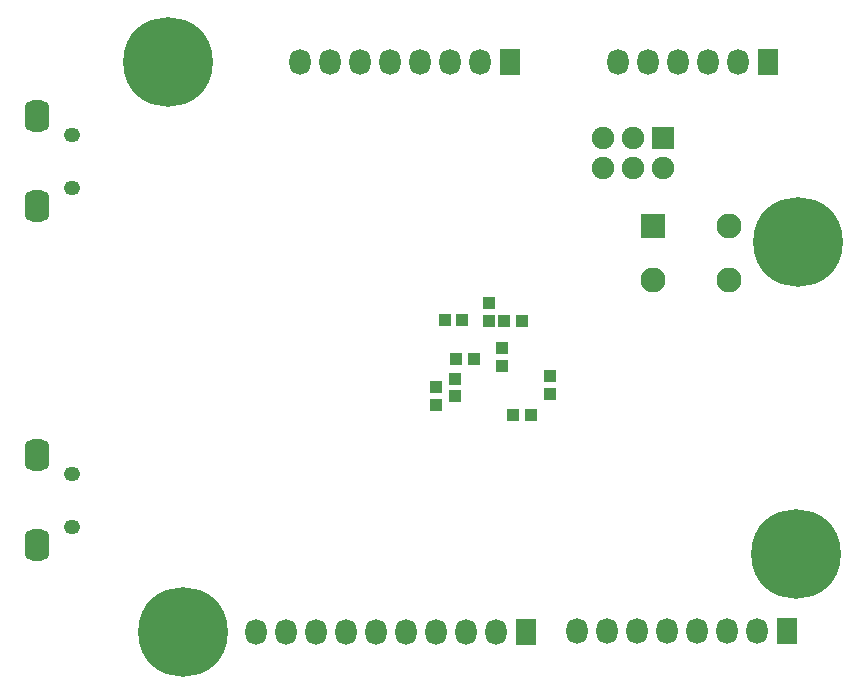
<source format=gbs>
G04*
G04 #@! TF.GenerationSoftware,Altium Limited,Altium Designer,18.1.9 (240)*
G04*
G04 Layer_Color=16711935*
%FSLAX44Y44*%
%MOMM*%
G71*
G01*
G75*
%ADD39R,1.0032X1.0032*%
%ADD40R,1.0032X1.0032*%
%ADD65C,2.1032*%
%ADD66R,2.1032X2.1032*%
G04:AMPARAMS|DCode=67|XSize=1.33mm|YSize=1.18mm|CornerRadius=0.502mm|HoleSize=0mm|Usage=FLASHONLY|Rotation=0.000|XOffset=0mm|YOffset=0mm|HoleType=Round|Shape=RoundedRectangle|*
%AMROUNDEDRECTD67*
21,1,1.3300,0.1760,0,0,0.0*
21,1,0.3260,1.1800,0,0,0.0*
1,1,1.0040,0.1630,-0.0880*
1,1,1.0040,-0.1630,-0.0880*
1,1,1.0040,-0.1630,0.0880*
1,1,1.0040,0.1630,0.0880*
%
%ADD67ROUNDEDRECTD67*%
G04:AMPARAMS|DCode=68|XSize=2.1032mm|YSize=2.6282mm|CornerRadius=0.6716mm|HoleSize=0mm|Usage=FLASHONLY|Rotation=0.000|XOffset=0mm|YOffset=0mm|HoleType=Round|Shape=RoundedRectangle|*
%AMROUNDEDRECTD68*
21,1,2.1032,1.2850,0,0,0.0*
21,1,0.7600,2.6282,0,0,0.0*
1,1,1.3432,0.3800,-0.6425*
1,1,1.3432,-0.3800,-0.6425*
1,1,1.3432,-0.3800,0.6425*
1,1,1.3432,0.3800,0.6425*
%
%ADD68ROUNDEDRECTD68*%
%ADD69C,1.9032*%
%ADD70R,1.9032X1.9032*%
%ADD71C,7.6032*%
%ADD72R,1.8032X2.2032*%
%ADD73O,1.8032X2.2032*%
D39*
X398800Y288200D02*
D03*
Y303200D02*
D03*
X450500Y226400D02*
D03*
Y241400D02*
D03*
X354000Y232600D02*
D03*
Y217600D02*
D03*
X410100Y265500D02*
D03*
Y250500D02*
D03*
X370200Y239600D02*
D03*
Y224600D02*
D03*
D40*
X371300Y256200D02*
D03*
X386300D02*
D03*
X411900Y288600D02*
D03*
X426900D02*
D03*
X361300Y288800D02*
D03*
X376300D02*
D03*
X434300Y208900D02*
D03*
X419300D02*
D03*
D65*
X537500Y323500D02*
D03*
X602500D02*
D03*
Y368500D02*
D03*
D66*
X537500D02*
D03*
D67*
X46000Y158750D02*
D03*
Y114250D02*
D03*
X46250Y445750D02*
D03*
Y401250D02*
D03*
D68*
X16000Y174620D02*
D03*
Y98380D02*
D03*
X16250Y461620D02*
D03*
Y385380D02*
D03*
D69*
X495600Y417600D02*
D03*
X521000D02*
D03*
X546400D02*
D03*
X495600Y443000D02*
D03*
X521000D02*
D03*
D70*
X546400D02*
D03*
D71*
X127000Y508000D02*
D03*
X660400Y355600D02*
D03*
X658900Y91200D02*
D03*
X139700Y25400D02*
D03*
D72*
X635000Y508000D02*
D03*
X416560D02*
D03*
X650900Y25600D02*
D03*
X430200Y25400D02*
D03*
D73*
X609600Y508000D02*
D03*
X584200D02*
D03*
X558800D02*
D03*
X533400D02*
D03*
X508000D02*
D03*
X238760D02*
D03*
X264160D02*
D03*
X289560D02*
D03*
X314960D02*
D03*
X340360D02*
D03*
X365760D02*
D03*
X391160D02*
D03*
X473100Y25600D02*
D03*
X498500D02*
D03*
X523900D02*
D03*
X549300D02*
D03*
X574700D02*
D03*
X600100D02*
D03*
X625500D02*
D03*
X404800Y25400D02*
D03*
X379400D02*
D03*
X354000D02*
D03*
X328600D02*
D03*
X303200D02*
D03*
X277800D02*
D03*
X252400D02*
D03*
X227000D02*
D03*
X201600D02*
D03*
M02*

</source>
